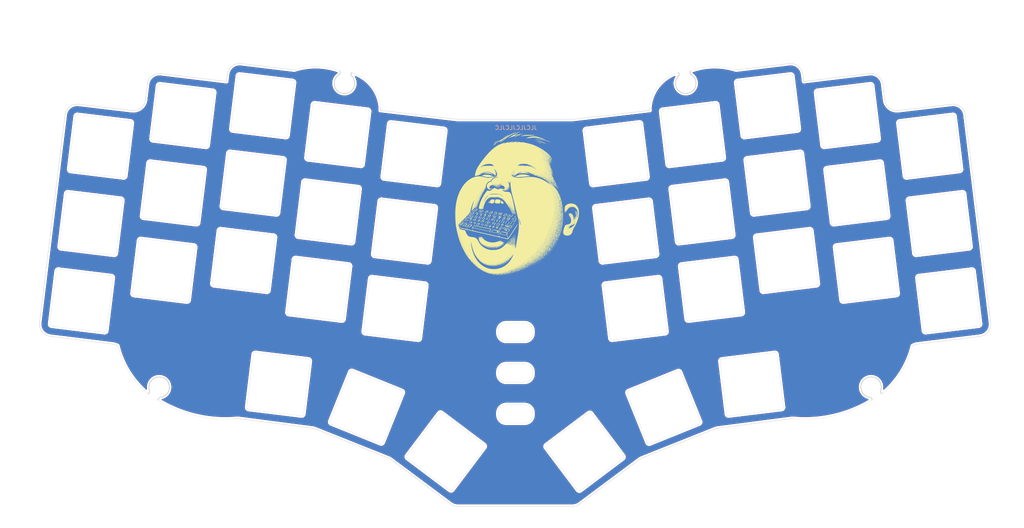
<source format=kicad_pcb>
(kicad_pcb (version 20240108) (generator "pcbnew") (generator_version "8.0")
  (layers (0 "F.Cu" signal) (31 "B.Cu" signal) (34 "B.Paste" user) (35 "F.Paste" user) (36 "B.SilkS" user "B.Silkscreen") (37 "F.SilkS" user "F.Silkscreen") (38 "B.Mask" user) (39 "F.Mask" user) (44 "Edge.Cuts" user))
  (net 0 "")
  (footprint "LOGO" (layer "F.Cu") (at 149.925 72.575)
    (property "Reference" "G***" (hide yes))
    (property "Value" "LOGO" (hide yes))
  )
  (footprint "marbastlib-xp-plate-mx:Plate-M_MX_1u" (layer "B.Cu") (at 234.099431 69.754741 -173)
    (property "Reference" "MX19" (hide yes))
    (property "Value" "MX_SW_HS")
    (fp_line (start 6.5 7) (end -6.5 7) (stroke (width 0.05)) (layer "Edge.Cuts"))
    (fp_line (start 7 -6.5) (end 7 6.5) (stroke (width 0.05)) (layer "Edge.Cuts"))
    (fp_line (start -7 6.5) (end -7 -6.5) (stroke (width 0.05)) (layer "Edge.Cuts"))
    (fp_line (start -6.5 -7) (end 6.5 -7) (stroke (width 0.05)) (layer "Edge.Cuts"))
    (fp_arc (start 7 6.5) (mid 6.853553 6.853553) (end 6.5 7) (stroke (width 0.05)) (layer "Edge.Cuts"))
    (fp_arc (start 6.5 -7) (mid 6.853553 -6.853553) (end 7 -6.5) (stroke (width 0.05)) (layer "Edge.Cuts"))
    (fp_arc (start -6.5 7) (mid -6.853553 6.853552) (end -7 6.5) (stroke (width 0.05)) (layer "Edge.Cuts"))
    (fp_arc (start -6.997236 -6.498884) (mid -6.850789 -6.852437) (end -6.497236 -6.998884) (stroke (width 0.05)) (layer "Edge.Cuts"))
  )
  (footprint "marbastlib-xp-plate-mx:Plate-M_MX_1u" (layer "B.Cu") (at 196.285803 74.397669 -173)
    (property "Reference" "MX17" (hide yes))
    (property "Value" "MX_SW_HS")
    (fp_line (start 6.5 7) (end -6.5 7) (stroke (width 0.05)) (layer "Edge.Cuts"))
    (fp_line (start 7 -6.5) (end 7 6.5) (stroke (width 0.05)) (layer "Edge.Cuts"))
    (fp_line (start -7 6.5) (end -7 -6.5) (stroke (width 0.05)) (layer "Edge.Cuts"))
    (fp_line (start -6.5 -7) (end 6.5 -7) (stroke (width 0.05)) (layer "Edge.Cuts"))
    (fp_arc (start 7 6.5) (mid 6.853553 6.853553) (end 6.5 7) (stroke (width 0.05)) (layer "Edge.Cuts"))
    (fp_arc (start 6.5 -7) (mid 6.853553 -6.853553) (end 7 -6.5) (stroke (width 0.05)) (layer "Edge.Cuts"))
    (fp_arc (start -6.5 7) (mid -6.853553 6.853552) (end -7 6.5) (stroke (width 0.05)) (layer "Edge.Cuts"))
    (fp_arc (start -6.997236 -6.498884) (mid -6.850789 -6.852437) (end -6.497236 -6.998884) (stroke (width 0.05)) (layer "Edge.Cuts"))
  )
  (footprint "marbastlib-xp-plate-mx:Plate-M_MX_1u" (layer "B.Cu") (at 47.127158 77.234668 173)
    (property "Reference" "MX11" (hide yes))
    (property "Value" "MX_SW_HS")
    (fp_line (start 7 -6.5) (end 7 6.5) (stroke (width 0.05)) (layer "Edge.Cuts"))
    (fp_line (start 6.5 7) (end -6.5 7) (stroke (width 0.05)) (layer "Edge.Cuts"))
    (fp_line (start -6.5 -7) (end 6.5 -7) (stroke (width 0.05)) (layer "Edge.Cuts"))
    (fp_line (start -7 6.5) (end -7 -6.5) (stroke (width 0.05)) (layer "Edge.Cuts"))
    (fp_arc (start 6.5 -7) (mid 6.853553 -6.853553) (end 7 -6.5) (stroke (width 0.05)) (layer "Edge.Cuts"))
    (fp_arc (start 7 6.5) (mid 6.853553 6.853553) (end 6.5 7) (stroke (width 0.05)) (layer "Edge.Cuts"))
    (fp_arc (start -6.997236 -6.498884) (mid -6.850789 -6.852437) (end -6.497236 -6.998884) (stroke (width 0.05)) (layer "Edge.Cuts"))
    (fp_arc (start -6.5 7) (mid -6.853553 6.853553) (end -7 6.5) (stroke (width 0.05)) (layer "Edge.Cuts"))
  )
  (footprint "marbastlib-xp-plate-mx:Plate-M_MX_1u" (layer "B.Cu") (at 107.372521 55.490856 173)
    (property "Reference" "MX4" (hide yes))
    (property "Value" "MX_SW_HS")
    (fp_line (start 7 -6.5) (end 7 6.5) (stroke (width 0.05)) (layer "Edge.Cuts"))
    (fp_line (start 6.5 7) (end -6.5 7) (stroke (width 0.05)) (layer "Edge.Cuts"))
    (fp_line (start -6.5 -7) (end 6.5 -7) (stroke (width 0.05)) (layer "Edge.Cuts"))
    (fp_line (start -7 6.5) (end -7 -6.5) (stroke (width 0.05)) (layer "Edge.Cuts"))
    (fp_arc (start 6.5 -7) (mid 6.853553 -6.853553) (end 7 -6.5) (stroke (width 0.05)) (layer "Edge.Cuts"))
    (fp_arc (start 7 6.5) (mid 6.853553 6.853553) (end 6.5 7) (stroke (width 0.05)) (layer "Edge.Cuts"))
    (fp_arc (start -6.997236 -6.498884) (mid -6.850789 -6.852437) (end -6.497236 -6.998884) (stroke (width 0.05)) (layer "Edge.Cuts"))
    (fp_arc (start -6.5 7) (mid -6.853553 6.853553) (end -7 6.5) (stroke (width 0.05)) (layer "Edge.Cuts"))
  )
  (footprint "marbastlib-xp-plate-mx:Plate-M_MX_1u" (layer "B.Cu") (at 198.607269 93.304483 -173)
    (property "Reference" "MX27" (hide yes))
    (property "Value" "MX_SW_HS")
    (fp_line (start 6.5 7) (end -6.5 7) (stroke (width 0.05)) (layer "Edge.Cuts"))
    (fp_line (start 7 -6.5) (end 7 6.5) (stroke (width 0.05)) (layer "Edge.Cuts"))
    (fp_line (start -7 6.5) (end -7 -6.5) (stroke (width 0.05)) (layer "Edge.Cuts"))
    (fp_line (start -6.5 -7) (end 6.5 -7) (stroke (width 0.05)) (layer "Edge.Cuts"))
    (fp_arc (start 7 6.5) (mid 6.853553 6.853553) (end 6.5 7) (stroke (width 0.05)) (layer "Edge.Cuts"))
    (fp_arc (start 6.5 -7) (mid 6.853553 -6.853553) (end 7 -6.5) (stroke (width 0.05)) (layer "Edge.Cuts"))
    (fp_arc (start -6.5 7) (mid -6.853553 6.853552) (end -7 6.5) (stroke (width 0.05)) (layer "Edge.Cuts"))
    (fp_arc (start -6.997236 -6.498884) (mid -6.850789 -6.852437) (end -6.497236 -6.998884) (stroke (width 0.05)) (layer "Edge.Cuts"))
  )
  (footprint "marbastlib-xp-plate-mx:Plate-M_MX_1u" (layer "B.Cu") (at 86.723123 67.361613 173)
    (property "Reference" "MX13" (hide yes))
    (property "Value" "MX_SW_HS")
    (fp_line (start 7 -6.5) (end 7 6.5) (stroke (width 0.05)) (layer "Edge.Cuts"))
    (fp_line (start 6.5 7) (end -6.5 7) (stroke (width 0.05)) (layer "Edge.Cuts"))
    (fp_line (start -6.5 -7) (end 6.5 -7) (stroke (width 0.05)) (layer "Edge.Cuts"))
    (fp_line (start -7 6.5) (end -7 -6.5) (stroke (width 0.05)) (layer "Edge.Cuts"))
    (fp_arc (start 6.5 -7) (mid 6.853553 -6.853553) (end 7 -6.5) (stroke (width 0.05)) (layer "Edge.Cuts"))
    (fp_arc (start 7 6.5) (mid 6.853553 6.853553) (end 6.5 7) (stroke (width 0.05)) (layer "Edge.Cuts"))
    (fp_arc (start -6.997236 -6.498884) (mid -6.850789 -6.852437) (end -6.497236 -6.998884) (stroke (width 0.05)) (layer "Edge.Cuts"))
    (fp_arc (start -6.5 7) (mid -6.853553 6.853553) (end -7 6.5) (stroke (width 0.05)) (layer "Edge.Cuts"))
  )
  (footprint "marbastlib-xp-plate-mx:Plate-M_MX_1u" (layer "B.Cu") (at 102.72959 93.304483 173)
    (property "Reference" "MX24" (hide yes))
    (property "Value" "MX_SW_HS")
    (fp_line (start 7 -6.5) (end 7 6.5) (stroke (width 0.05)) (layer "Edge.Cuts"))
    (fp_line (start 6.5 7) (end -6.5 7) (stroke (width 0.05)) (layer "Edge.Cuts"))
    (fp_line (start -6.5 -7) (end 6.5 -7) (stroke (width 0.05)) (layer "Edge.Cuts"))
    (fp_line (start -7 6.5) (end -7 -6.5) (stroke (width 0.05)) (layer "Edge.Cuts"))
    (fp_arc (start 6.5 -7) (mid 6.853553 -6.853553) (end 7 -6.5) (stroke (width 0.05)) (layer "Edge.Cuts"))
    (fp_arc (start 7 6.5) (mid 6.853553 6.853553) (end 6.5 7) (stroke (width 0.05)) (layer "Edge.Cuts"))
    (fp_arc (start -6.997236 -6.498884) (mid -6.850789 -6.852437) (end -6.497236 -6.998884) (stroke (width 0.05)) (layer "Edge.Cuts"))
    (fp_arc (start -6.5 7) (mid -6.853553 6.853553) (end -7 6.5) (stroke (width 0.05)) (layer "Edge.Cuts"))
  )
  (footprint "marbastlib-xp-plate-mx:Plate-M_MX_1u" (layer "B.Cu") (at 167.618046 132.99329 -143)
    (property "Reference" "MX34" (hide yes))
    (property "Value" "MX_SW_HS")
    (fp_line (start 6.5 7) (end -6.5 7) (stroke (width 0.05)) (layer "Edge.Cuts"))
    (fp_line (start 7 -6.5) (end 7 6.5) (stroke (width 0.05)) (layer "Edge.Cuts"))
    (fp_line (start -7 6.5) (end -7 -6.5) (stroke (width 0.05)) (layer "Edge.Cuts"))
    (fp_line (start -6.5 -7) (end 6.5 -7) (stroke (width 0.05)) (layer "Edge.Cuts"))
    (fp_arc (start 7 6.5) (mid 6.853553 6.853553) (end 6.5 7) (stroke (width 0.05)) (layer "Edge.Cuts"))
    (fp_arc (start 6.5 -7) (mid 6.853553 -6.853553) (end 7 -6.5) (stroke (width 0.05)) (layer "Edge.Cuts"))
    (fp_arc (start -6.5 7) (mid -6.853553 6.853553) (end -7 6.5) (stroke (width 0.05)) (layer "Edge.Cuts"))
    (fp_arc (start -6.997236 -6.498884) (mid -6.850789 -6.852437) (end -6.497236 -6.998884) (stroke (width 0.05)) (layer "Edge.Cuts"))
  )
  (footprint "marbastlib-xp-plate-mx:Plate-M_MX_1u" (layer "B.Cu") (at 114.38793 122.106041 158)
    (property "Reference" "MX32" (hide yes))
    (property "Value" "MX_SW_HS")
    (fp_line (start 7 -6.5) (end 7 6.5) (stroke (width 0.05)) (layer "Edge.Cuts"))
    (fp_line (start 6.5 7) (end -6.5 7) (stroke (width 0.05)) (layer "Edge.Cuts"))
    (fp_line (start -6.5 -7) (end 6.5 -7) (stroke (width 0.05)) (layer "Edge.Cuts"))
    (fp_line (start -7 6.5) (end -7 -6.5) (stroke (width 0.05)) (layer "Edge.Cuts"))
    (fp_arc (start 6.5 -7) (mid 6.853553 -6.853553) (end 7 -6.5) (stroke (width 0.05)) (layer "Edge.Cuts"))
    (fp_arc (start 7 6.5) (mid 6.853553 6.853553) (end 6.5 7) (stroke (width 0.05)) (layer "Edge.Cuts"))
    (fp_arc (start -6.997236 -6.498884) (mid -6.850789 -6.852436) (end -6.497236 -6.998884) (stroke (width 0.05)) (layer "Edge.Cuts"))
    (fp_arc (start -6.5 7) (mid -6.853553 6.853553) (end -7 6.5) (stroke (width 0.05)) (layer "Edge.Cuts"))
  )
  (footprint "marbastlib-xp-plate-mx:Plate-M_MX_1u" (layer "B.Cu") (at 186.969045 122.156184 -158)
    (property "Reference" "MX35" (hide yes))
    (property "Value" "MX_SW_HS")
    (fp_line (start 6.5 7) (end -6.5 7) (stroke (width 0.05)) (layer "Edge.Cuts"))
    (fp_line (start 7 -6.5) (end 7 6.5) (stroke (width 0.05)) (layer "Edge.Cuts"))
    (fp_line (start -7 6.5) (end -7 -6.5) (stroke (width 0.05)) (layer "Edge.Cuts"))
    (fp_line (start -6.5 -7) (end 6.5 -7) (stroke (width 0.05)) (layer "Edge.Cuts"))
    (fp_arc (start 7 6.5) (mid 6.853553 6.853553) (end 6.5 7) (stroke (width 0.05)) (layer "Edge.Cuts"))
    (fp_arc (start 6.5 -7) (mid 6.853553 -6.853553) (end 7 -6.5) (stroke (width 0.05)) (layer "Edge.Cuts"))
    (fp_arc (start -6.5 7) (mid -6.853553 6.853553) (end -7 6.5) (stroke (width 0.05)) (layer "Edge.Cuts"))
    (fp_arc (start -6.997236 -6.498884) (mid -6.850789 -6.852437) (end -6.497236 -6.998884) (stroke (width 0.05)) (layer "Edge.Cuts"))
  )
  (footprint "marbastlib-xp-plate-mx:Plate-M_MX_1u" (layer "B.Cu") (at 236.420896 88.661556 -173)
    (property "Reference" "MX29" (hide yes))
    (property "Value" "MX_SW_HS")
    (fp_line (start 6.5 7) (end -6.5 7) (stroke (width 0.05)) (layer "Edge.Cuts"))
    (fp_line (start 7 -6.5) (end 7 6.5) (stroke (width 0.05)) (layer "Edge.Cuts"))
    (fp_line (start -7 6.5) (end -7 -6.5) (stroke (width 0.05)) (layer "Edge.Cuts"))
    (fp_line (start -6.5 -7) (end 6.5 -7) (stroke (width 0.05)) (layer "Edge.Cuts"))
    (fp_arc (start 7 6.5) (mid 6.853553 6.853553) (end 6.5 7) (stroke (width 0.05)) (layer "Edge.Cuts"))
    (fp_arc (start 6.5 -7) (mid 6.853553 -6.853553) (end 7 -6.5) (stroke (width 0.05)) (layer "Edge.Cuts"))
    (fp_arc (start -6.5 7) (mid -6.853553 6.853552) (end -7 6.5) (stroke (width 0.05)) (layer "Edge.Cuts"))
    (fp_arc (start -6.997236 -6.498884) (mid -6.850789 -6.852437) (end -6.497236 -6.998884) (stroke (width 0.05)) (layer "Edge.Cuts"))
  )
  (footprint "marbastlib-xp-plate-mx:Plate-M_MX_1u" (layer "B.Cu") (at 254.209703 77.234668 -173)
    (property "Reference" "MX20" (hide yes))
    (property "Value" "MX_SW_HS")
    (fp_line (start 6.5 7) (end -6.5 7) (stroke (width 0.05)) (layer "Edge.Cuts"))
    (fp_line (start 7 -6.5) (end 7 6.5) (stroke (width 0.05)) (layer "Edge.Cuts"))
    (fp_line (start -7 6.5) (end -7 -6.5) (stroke (width 0.05)) (layer "Edge.Cuts"))
    (fp_line (start -6.5 -7) (end 6.5 -7) (stroke (width 0.05)) (layer "Edge.Cuts"))
    (fp_arc (start 7 6.5) (mid 6.853553 6.853553) (end 6.5 7) (stroke (width 0.05)) (layer "Edge.Cuts"))
    (fp_arc (start 6.5 -7) (mid 6.853553 -6.853553) (end 7 -6.5) (stroke (width 0.05)) (layer "Edge.Cuts"))
    (fp_arc (start -6.5 7) (mid -6.853553 6.853552) (end -7 6.5) (stroke (width 0.05)) (layer "Edge.Cuts"))
    (fp_arc (start -6.997236 -6.498884) (mid -6.850789 -6.852437) (end -6.497236 -6.998884) (stroke (width 0.05)) (layer "Edge.Cuts"))
  )
  (footprint "marbastlib-xp-plate-mx:Plate-M_MX_1u" (layer "B.Cu") (at 125.989895 60.169619 173)
    (property "Reference" "MX5" (hide yes))
    (property "Value" "MX_SW_HS")
    (fp_line (start 7 -6.5) (end 7 6.5) (stroke (width 0.05)) (layer "Edge.Cuts"))
    (fp_line (start 6.5 7) (end -6.5 7) (stroke (width 0.05)) (layer "Edge.Cuts"))
    (fp_line (start -6.5 -7) (end 6.5 -7) (stroke (width 0.05)) (layer "Edge.Cuts"))
    (fp_line (start -7 6.5) (end -7 -6.5) (stroke (width 0.05)) (layer "Edge.Cuts"))
    (fp_arc (start 6.5 -7) (mid 6.853553 -6.853553) (end 7 -6.5) (stroke (width 0.05)) (layer "Edge.Cuts"))
    (fp_arc (start 7 6.5) (mid 6.853553 6.853553) (end 6.5 7) (stroke (width 0.05)) (layer "Edge.Cuts"))
    (fp_arc (start -6.997236 -6.498884) (mid -6.850789 -6.852437) (end -6.497236 -6.998884) (stroke (width 0.05)) (layer "Edge.Cuts"))
    (fp_arc (start -6.5 7) (mid -6.853553 6.853553) (end -7 6.5) (stroke (width 0.05)) (layer "Edge.Cuts"))
  )
  (footprint "marbastlib-xp-plate-mx:Plate-M_MX_1u" (layer "B.Cu") (at 105.051055 74.397669 173)
    (property "Reference" "MX14" (hide yes))
    (property "Value" "MX_SW_HS")
    (fp_line (start 7 -6.5) (end 7 6.5) (stroke (width 0.05)) (layer "Edge.Cuts"))
    (fp_line (start 6.5 7) (end -6.5 7) (stroke (width 0.05)) (layer "Edge.Cuts"))
    (fp_line (start -6.5 -7) (end 6.5 -7) (stroke (width 0.05)) (layer "Edge.Cuts"))
    (fp_line (start -7 6.5) (end -7 -6.5) (stroke (width 0.05)) (layer "Edge.Cuts"))
    (fp_arc (start 6.5 -7) (mid 6.853553 -6.853553) (end 7 -6.5) (stroke (width 0.05)) (layer "Edge.Cuts"))
    (fp_arc (start 7 6.5) (mid 6.853553 6.853553) (end 6.5 7) (stroke (width 0.05)) (layer "Edge.Cuts"))
    (fp_arc (start -6.997236 -6.498884) (mid -6.850789 -6.852437) (end -6.497236 -6.998884) (stroke (width 0.05)) (layer "Edge.Cuts"))
    (fp_arc (start -6.5 7) (mid -6.853553 6.853553) (end -7 6.5) (stroke (width 0.05)) (layer "Edge.Cuts"))
  )
  (footprint "marbastlib-xp-plate-mx:Plate-M_MX_1u" (layer "B.Cu") (at 216.935198 86.268429 -173)
    (property "Reference" "MX28" (hide yes))
    (property "Value" "MX_SW_HS")
    (fp_line (start 6.5 7) (end -6.5 7) (stroke (width 0.05)) (layer "Edge.Cuts"))
    (fp_line (start 7 -6.5) (end 7 6.5) (stroke (width 0.05)) (layer "Edge.Cuts"))
    (fp_line (start -7 6.5) (end -7 -6.5) (stroke (width 0.05)) (layer "Edge.Cuts"))
    (fp_line (start -6.5 -7) (end 6.5 -7) (stroke (width 0.05)) (layer "Edge.Cuts"))
    (fp_arc (start 7 6.5) (mid 6.853553 6.853553) (end 6.5 7) (stroke (width 0.05)) (layer "Edge.Cuts"))
    (fp_arc (start 6.5 -7) (mid 6.853553 -6.853553) (end 7 -6.5) (stroke (width 0.05)) (layer "Edge.Cuts"))
    (fp_arc (start -6.5 7) (mid -6.853553 6.853552) (end -7 6.5) (stroke (width 0.05)) (layer "Edge.Cuts"))
    (fp_arc (start -6.997236 -6.498884) (mid -6.850789 -6.852437) (end -6.497236 -6.998884) (stroke (width 0.05)) (layer "Edge.Cuts"))
  )
  (footprint "marbastlib-xp-plate-mx:Plate-M_MX_1u" (layer "B.Cu") (at 84.401659 86.268425 173)
    (property "Reference" "MX23" (hide yes))
    (property "Value" "MX_SW_HS")
    (fp_line (start 7 -6.5) (end 7 6.5) (stroke (width 0.05)) (layer "Edge.Cuts"))
    (fp_line (start 6.5 7) (end -6.5 7) (stroke (width 0.05)) (layer "Edge.Cuts"))
    (fp_line (start -6.5 -7) (end 6.5 -7) (stroke (width 0.05)) (layer "Edge.Cuts"))
    (fp_line (start -7 6.5) (end -7 -6.5) (stroke (width 0.05)) (layer "Edge.Cuts"))
    (fp_arc (start 6.5 -7) (mid 6.853553 -6.853553) (end 7 -6.5) (stroke (width 0.05)) (layer "Edge.Cuts"))
    (fp_arc (start 7 6.5) (mid 6.853553 6.853553) (end 6.5 7) (stroke (width 0.05)) (layer "Edge.Cuts"))
    (fp_arc (start -6.997236 -6.498884) (mid -6.850789 -6.852437) (end -6.497236 -6.998884) (stroke (width 0.05)) (layer "Edge.Cuts"))
    (fp_arc (start -6.5 7) (mid -6.853553 6.853553) (end -7 6.5) (stroke (width 0.05)) (layer "Edge.Cuts"))
  )
  (footprint "marbastlib-xp-plate-mx:Plate-M_MX_1u" (layer "B.Cu") (at 193.964339 55.490856 -173)
    (property "Reference" "MX7" (hide yes))
    (property "Value" "MX_SW_HS")
    (fp_line (start 6.5 7) (end -6.5 7) (stroke (width 0.05)) (layer "Edge.Cuts"))
    (fp_line (start 7 -6.5) (end 7 6.5) (stroke (width 0.05)) (layer "Edge.Cuts"))
    (fp_line (start -7 6.5) (end -7 -6.5) (stroke (width 0.05)) (layer "Edge.Cuts"))
    (fp_line (start -6.5 -7) (end 6.5 -7) (stroke (width 0.05)) (layer "Edge.Cuts"))
    (fp_arc (start 7 6.5) (mid 6.853553 6.853553) (end 6.5 7) (stroke (width 0.05)) (layer "Edge.Cuts"))
    (fp_arc (start 6.5 -7) (mid 6.853553 -6.853553) (end 7 -6.5) (stroke (width 0.05)) (layer "Edge.Cuts"))
    (fp_arc (start -6.5 7) (mid -6.853553 6.853552) (end -7 6.5) (stroke (width 0.05)) (layer "Edge.Cuts"))
    (fp_arc (start -6.997236 -6.498884) (mid -6.850789 -6.852437) (end -6.497236 -6.998884) (stroke (width 0.05)) (layer "Edge.Cuts"))
  )
  (footprint "marbastlib-xp-plate-mx:Plate-M_MX_1u" (layer "B.Cu") (at 123.668432 79.076432 173)
    (property "Reference" "MX15" (hide yes))
    (property "Value" "MX_SW_HS")
    (fp_line (start 7 -6.5) (end 7 6.5) (stroke (width 0.05)) (layer "Edge.Cuts"))
    (fp_line (start 6.5 7) (end -6.5 7) (stroke (width 0.05)) (layer "Edge.Cuts"))
    (fp_line (start -6.5 -7) (end 6.5 -7) (stroke (width 0.05)) (layer "Edge.Cuts"))
    (fp_line (start -7 6.5) (end -7 -6.5) (stroke (width 0.05)) (layer "Edge.Cuts"))
    (fp_arc (start 6.5 -7) (mid 6.853553 -6.853553) (end 7 -6.5) (stroke (width 0.05)) (layer "Edge.Cuts"))
    (fp_arc (start 7 6.5) (mid 6.853553 6.853553) (end 6.5 7) (stroke (width 0.05)) (layer "Edge.Cuts"))
    (fp_arc (start -6.997236 -6.498884) (mid -6.850789 -6.852437) (end -6.497236 -6.998884) (stroke (width 0.05)) (layer "Edge.Cuts"))
    (fp_arc (start -6.5 7) (mid -6.853553 6.853553) (end -7 6.5) (stroke (width 0.05)) (layer "Edge.Cuts"))
  )
  (footprint "marbastlib-xp-plate-mx:Plate-M_MX_1u" (layer "B.Cu") (at 179.989894 97.983246 -173)
    (property "Reference" "MX26" (hide yes))
    (property "Value" "MX_SW_HS")
    (fp_line (start 6.5 7) (end -6.5 7) (stroke (width 0.05)) (layer "Edge.Cuts"))
    (fp_line (start 7 -6.5) (end 7 6.5) (stroke (width 0.05)) (layer "Edge.Cuts"))
    (fp_line (start -7 6.5) (end -7 -6.5) (stroke (width 0.05)) (layer "Edge.Cuts"))
    (fp_line (start -6.5 -7) (end 6.5 -7) (stroke (width 0.05)) (layer "Edge.Cuts"))
    (fp_arc (start 7 6.5) (mid 6.853553 6.853553) (end 6.5 7) (stroke (width 0.05)) (layer "Edge.Cuts"))
    (fp_arc (start 6.5 -7) (mid 6.853553 -6.853553) (end 7 -6.5) (stroke (width 0.05)) (layer "Edge.Cuts"))
    (fp_arc (start -6.5 7) (mid -6.853553 6.853552) (end -7 6.5) (stroke (width 0.05)) (layer "Edge.Cuts"))
    (fp_arc (start -6.997236 -6.498884) (mid -6.850789 -6.852437) (end -6.497236 -6.998884) (stroke (width 0.05)) (layer "Edge.Cuts"))
  )
  (footprint "marbastlib-xp-plate-mx:Plate-M_MX_1u" (layer "B.Cu") (at 69.558897 50.847928 173)
    (property "Reference" "MX2" (hide yes))
    (property "Value" "MX_SW_HS")
    (fp_line (start 7 -6.5) (end 7 6.5) (stroke (width 0.05)) (layer "Edge.Cuts"))
    (fp_line (start 6.5 7) (end -6.5 7) (stroke (width 0.05)) (layer "Edge.Cuts"))
    (fp_line (start -6.5 -7) (end 6.5 -7) (stroke (width 0.05)) (layer "Edge.Cuts"))
    (fp_line (start -7 6.5) (end -7 -6.5) (stroke (width 0.05)) (layer "Edge.Cuts"))
    (fp_arc (start 6.5 -7) (mid 6.853553 -6.853553) (end 7 -6.5) (stroke (width 0.05)) (layer "Edge.Cuts"))
    (fp_arc (start 7 6.5) (mid 6.853553 6.853553) (end 6.5 7) (stroke (width 0.05)) (layer "Edge.Cuts"))
    (fp_arc (start -6.997236 -6.498884) (mid -6.850789 -6.852437) (end -6.497236 -6.998884) (stroke (width 0.05)) (layer "Edge.Cuts"))
    (fp_arc (start -6.5 7) (mid -6.853553 6.853553) (end -7 6.5) (stroke (width 0.05)) (layer "Edge.Cuts"))
  )
  (footprint "marbastlib-xp-plate-mx:Plate-M_MX_1u" (layer "B.Cu") (at 175.346963 60.16962 -173)
    (property "Reference" "MX6" (hide yes))
    (property "Value" "MX_SW_HS")
    (fp_line (start 6.5 7) (end -6.5 7) (stroke (width 0.05)) (layer "Edge.Cuts"))
    (fp_line (start 7 -6.5) (end 7 6.5) (stroke (width 0.05)) (layer "Edge.Cuts"))
    (fp_line (start -7 6.5) (end -7 -6.5) (stroke (width 0.05)) (layer "Edge.Cuts"))
    (fp_line (start -6.5 -7) (end 6.5 -7) (stroke (width 0.05)) (layer "Edge.Cuts"))
    (fp_arc (start 7 6.5) (mid 6.853553 6.853553) (end 6.5 7) (stroke (width 0.05)) (layer "Edge.Cuts"))
    (fp_arc (start 6.5 -7) (mid 6.853553 -6.853553) (end 7 -6.5) (stroke (width 0.05)) (layer "Edge.Cuts"))
    (fp_arc (start -6.5 7) (mid -6.853553 6.853552) (end -7 6.5) (stroke (width 0.05)) (layer "Edge.Cuts"))
    (fp_arc (start -6.997236 -6.498884) (mid -6.850789 -6.852437) (end -6.497236 -6.998884) (stroke (width 0.05)) (layer "Edge.Cuts"))
  )
  (footprint "marbastlib-xp-plate-mx:Plate-M_MX_1u" (layer "B.Cu") (at 49.448623 58.327855 173)
    (property "Reference" "MX1" (hide yes))
    (property "Value" "MX_SW_HS")
    (fp_line (start 7 -6.5) (end 7 6.5) (stroke (width 0.05)) (layer "Edge.Cuts"))
    (fp_line (start 6.5 7) (end -6.5 7) (stroke (width 0.05)) (layer "Edge.Cuts"))
    (fp_line (start -6.5 -7) (end 6.5 -7) (stroke (width 0.05)) (layer "Edge.Cuts"))
    (fp_line (start -7 6.5) (end -7 -6.5) (stroke (width 0.05)) (layer "Edge.Cuts"))
    (fp_arc (start 6.5 -7) (mid 6.853553 -6.853553) (end 7 -6.5) (stroke (width 0.05)) (layer "Edge.Cuts"))
    (fp_arc (start 7 6.5) (mid 6.853553 6.853553) (end 6.5 7) (stroke (width 0.05)) (layer "Edge.Cuts"))
    (fp_arc (start -6.997236 -6.498884) (mid -6.850789 -6.852437) (end -6.497236 -6.998884) (stroke (width 0.05)) (layer "Edge.Cuts"))
    (fp_arc (start -6.5 7) (mid -6.853553 6.853553) (end -7 6.5) (stroke (width 0.05)) (layer "Edge.Cuts"))
  )
  (footprint "marbastlib-xp-plate-mx:Plate-M_MX_1u" (layer "B.Cu") (at 214.613736 67.361612 -173)
    (property "Reference" "MX18" (hide yes))
    (property "Value" "MX_SW_HS")
    (fp_line (start 6.5 7) (end -6.5 7) (stroke (width 0.05)) (layer "Edge.Cuts"))
    (fp_line (start 7 -6.5) (end 7 6.5) (stroke (width 0.05)) (layer "Edge.Cuts"))
    (fp_line (start -7 6.5) (end -7 -6.5) (stroke (width 0.05)) (layer "Edge.Cuts"))
    (fp_line (start -6.5 -7) (end 6.5 -7) (stroke (width 0.05)) (layer "Edge.Cuts"))
    (fp_arc (start 7 6.5) (mid 6.853553 6.853553) (end 6.5 7) (stroke (width 0.05)) (layer "Edge.Cuts"))
    (fp_arc (start 6.5 -7) (mid 6.853553 -6.853553) (end 7 -6.5) (stroke (width 0.05)) (layer "Edge.Cuts"))
    (fp_arc (start -6.5 7) (mid -6.853553 6.853552) (end -7 6.5) (stroke (width 0.05)) (layer "Edge.Cuts"))
    (fp_arc (start -6.997236 -6.498884) (mid -6.850789 -6.852437) (end -6.497236 -6.998884) (stroke (width 0.05)) (layer "Edge.Cuts"))
  )
  (footprint "marbastlib-xp-plate-mx:Plate-M_MX_1u" (layer "B.Cu") (at 44.805691 96.141481 173)
    (property "Reference" "MX21" (hide yes))
    (property "Value" "MX_SW_HS")
    (fp_line (start 7 -6.5) (end 7 6.5) (stroke (width 0.05)) (layer "Edge.Cuts"))
    (fp_line (start 6.5 7) (end -6.5 7) (stroke (width 0.05)) (layer "Edge.Cuts"))
    (fp_line (start -6.5 -7) (end 6.5 -7) (stroke (width 0.05)) (layer "Edge.Cuts"))
    (fp_line (start -7 6.5) (end -7 -6.5) (stroke (width 0.05)) (layer "Edge.Cuts"))
    (fp_arc (start 6.5 -7) (mid 6.853553 -6.853553) (end 7 -6.5) (stroke (width 0.05)) (layer "Edge.Cuts"))
    (fp_arc (start 7 6.5) (mid 6.853553 6.853553) (end 6.5 7) (stroke (width 0.05)) (layer "Edge.Cuts"))
    (fp_arc (start -6.997236 -6.498884) (mid -6.850789 -6.852437) (end -6.497236 -6.998884) (stroke (width 0.05)) (layer "Edge.Cuts"))
    (fp_arc (start -6.5 7) (mid -6.853553 6.853553) (end -7 6.5) (stroke (width 0.05)) (layer "Edge.Cuts"))
  )
  (footprint "marbastlib-xp-plate-mx:Plate-M_MX_1u" (layer "B.Cu") (at 212.292273 48.454798 -173)
    (property "Reference" "MX8" (hide yes))
    (property "Value" "MX_SW_HS")
    (fp_line (start 6.5 7) (end -6.5 7) (stroke (width 0.05)) (layer "Edge.Cuts"))
    (fp_line (start 7 -6.5) (end 7 6.5) (stroke (width 0.05)) (layer "Edge.Cuts"))
    (fp_line (start -7 6.5) (end -7 -6.5) (stroke (width 0.05)) (layer "Edge.Cuts"))
    (fp_line (start -6.5 -7) (end 6.5 -7) (stroke (width 0.05)) (layer "Edge.Cuts"))
    (fp_arc (start 7 6.5) (mid 6.853553 6.853553) (end 6.5 7) (stroke (width 0.05)) (layer "Edge.Cuts"))
    (fp_arc (start 6.5 -7) (mid 6.853553 -6.853553) (end 7 -6.5) (stroke (width 0.05)) (layer "Edge.Cuts"))
    (fp_arc (start -6.5 7) (mid -6.853553 6.853552) (end -7 6.5) (stroke (width 0.05)) (layer "Edge.Cuts"))
    (fp_arc (start -6.997236 -6.498884) (mid -6.850789 -6.852437) (end -6.497236 -6.998884) (stroke (width 0.05)) (layer "Edge.Cuts"))
  )
  (footprint "marbastlib-xp-plate-mx:Plate-M_MX_1u" (layer "B.Cu") (at 177.668428 79.076433 -173)
    (property "Reference" "MX16" (hide yes))
    (property "Value" "MX_SW_HS")
    (fp_line (start 6.5 7) (end -6.5 7) (stroke (width 0.05)) (layer "Edge.Cuts"))
    (fp_line (start 7 -6.5) (end 7 6.5) (stroke (width 0.05)) (layer "Edge.Cuts"))
    (fp_line (start -7 6.5) (end -7 -6.5) (stroke (width 0.05)) (layer "Edge.Cuts"))
    (fp_line (start -6.5 -7) (end 6.5 -7) (stroke (width 0.05)) (layer "Edge.Cuts"))
    (fp_arc (start 7 6.5) (mid 6.853553 6.853553) (end 6.5 7) (stroke (width 0.05)) (layer "Edge.Cuts"))
    (fp_arc (start 6.5 -7) (mid 6.853553 -6.853553) (end 7 -6.5) (stroke (width 0.05)) (layer "Edge.Cuts"))
    (fp_arc (start -6.5 7) (mid -6.853553 6.853552) (end -7 6.5) (stroke (width 0.05)) (layer "Edge.Cuts"))
    (fp_arc (start -6.997236 -6.498884) (mid -6.850789 -6.852437) (end -6.497236 -6.998884) (stroke (width 0.05)) (layer "Edge.Cuts"))
  )
  (footprint "marbastlib-xp-plate-mx:Plate-M_MX_1u" (layer "B.Cu") (at 92.904236 116.498652 173)
    (property "Reference" "MX31" (hide yes))
    (property "Value" "MX_SW_HS")
    (fp_line (start 7 -6.5) (end 7 6.5) (stroke (width 0.05)) (layer "Edge.Cuts"))
    (fp_line (start 6.5 7) (end -6.5 7) (stroke (width 0.05)) (layer "Edge.Cuts"))
    (fp_line (start -6.5 -7) (end 6.5 -7) (stroke (width 0.05)) (layer "Edge.Cuts"))
    (fp_line (start -7 6.5) (end -7 -6.5) (stroke (width 0.05)) (layer "Edge.Cuts"))
    (fp_arc (start 6.5 -7) (mid 6.853553 -6.853553) (end 7 -6.5) (stroke (width 0.05)) (layer "Edge.Cuts"))
    (fp_arc (start 7 6.5) (mid 6.853553 6.853553) (end 6.5 7) (stroke (width 0.05)) (layer "Edge.Cuts"))
    (fp_arc (start -6.997236 -6.498884) (mid -6.850789 -6.852437) (end -6.497236 -6.998884) (stroke (width 0.05)) (layer "Edge.Cuts"))
    (fp_arc (start -6.5 7) (mid -6.853553 6.853553) (end -7 6.5) (stroke (width 0.05)) (layer "Edge.Cuts"))
  )
  (footprint "marbastlib-xp-plate-mx:Plate-M_MX_1u" (layer "B.Cu") (at 256.531167 96.141482 -173)
    (property "Reference" "MX30" (hide yes))
    (property "Value" "MX_SW_HS")
    (fp_line (start 6.5 7) (end -6.5 7) (stroke (width 0.05)) (layer "Edge.Cuts"))
    (fp_line (start 7 -6.5) (end 7 6.5) (stroke (width 0.05)) (layer "Edge.Cuts"))
    (fp_line (start -7 6.5) (end -7 -6.5) (stroke (width 0.05)) (layer "Edge.Cuts"))
    (fp_line (start -6.5 -7) (end 6.5 -7) (stroke (width 0.05)) (layer "Edge.Cuts"))
    (fp_arc (start 7 6.5) (mid 6.853553 6.853553) (end 6.5 7) (stroke (width 0.05)) (layer "Edge.Cuts"))
    (fp_arc (start 6.5 -7) (mid 6.853553 -6.853553) (end 7 -6.5) (stroke (width 0.05)) (layer "Edge.Cuts"))
    (fp_arc (start -6.5 7) (mid -6.853553 6.853552) (end -7 6.5) (stroke (width 0.05)) (layer "Edge.Cuts"))
    (fp_arc (start -6.997236 -6.498884) (mid -6.850789 -6.852437) (end -6.497236 -6.998884) (stroke (width 0.05)) (layer "Edge.Cuts"))
  )
  (footprint "marbastlib-xp-plate-mx:Plate-M_MX_1u" (layer "B.Cu") (at 251.888239 58.327855 -173)
    (property "Reference" "MX10" (hide yes))
    (property "Value" "MX_SW_HS")
    (fp_line (start 6.5 7) (end -6.5 7) (stroke (width 0.05)) (layer "Edge.Cuts"))
    (fp_line (start 7 -6.5) (end 7 6.5) (stroke (width 0.05)) (layer "Edge.Cuts"))
    (fp_line (start -7 6.5) (end -7 -6.5) (stroke (width 0.05)) (layer "Edge.Cuts"))
    (fp_line (start -6.5 -7) (end 6.5 -7) (stroke (width 0.05)) (layer "Edge.Cuts"))
    (fp_arc (start 7 6.5) (mid 6.853553 6.853553) (end 6.5 7) (stroke (width 0.05)) (layer "Edge.Cuts"))
    (fp_arc (start 6.5 -7) (mid 6.853553 -6.853553) (end 7 -6.5) (stroke (width 0.05)) (layer "Edge.Cuts"))
    (fp_arc (start -6.5 7) (mid -6.853553 6.853552) (end -7 6.5) (stroke (width 0.05)) (layer "Edge.Cuts"))
    (fp_arc (start -6.997236 -6.498884) (mid -6.850789 -6.852437) (end -6.497236 -6.998884) (stroke (width 0.05)) (layer "Edge.Cuts"))
  )
  (footprint "marbastlib-xp-plate-mx:Plate-M_MX_1u" (layer "B.Cu") (at 231.777965 50.847928 -173)
    (property "Reference" "MX9" (hide yes))
    (property "Value" "MX_SW_HS")
    (fp_line (start 6.5 7) (end -6.5 7) (stroke (width 0.05)) (layer "Edge.Cuts"))
    (fp_line (start 7 -6.5) (end 7 6.5) (stroke (width 0.05)) (layer "Edge.Cuts"))
    (fp_line (start -7 6.5) (end -7 -6.5) (stroke (width 0.05)) (layer "Edge.Cuts"))
    (fp_line (start -6.5 -7) (end 6.5 -7) (stroke (width 0.05)) (layer "Edge.Cuts"))
    (fp_arc (start 7 6.5) (mid 6.853553 6.853553) (end 6.5 7) (stroke (width 0.05)) (layer "Edge.Cuts"))
    (fp_arc (start 6.5 -7) (mid 6.853553 -6.853553) (end 7 -6.5) (stroke (width 0.05)) (layer "Edge.Cuts"))
    (fp_arc (start -6.5 7) (mid -6.853553 6.853552) (end -7 6.5) (stroke (width 0.05)) (layer "Edge.Cuts"))
    (fp_arc (start -6.997236 -6.498884) (mid -6.850789 -6.852437) (end -6.497236 -6.998884) (stroke (width 0.05)) (layer "Edge.Cuts"))
  )
  (footprint "marbastlib-xp-plate-mx:Plate-M_MX_1u" (layer "B.Cu") (at 133.738655 132.943448 143)
    (property "Reference" "MX33" (hide yes))
    (property "Value" "MX_SW_HS")
    (fp_line (start 7 -6.5) (end 7 6.5) (stroke (width 0.05)) (layer "Edge.Cuts"))
    (fp_line (start 6.5 7) (end -6.5 7) (stroke (width 0.05)) (layer "Edge.Cuts"))
    (fp_line (start -6.5 -7) (end 6.5 -7) (stroke (width 0.05)) (layer "Edge.Cuts"))
    (fp_line (start -7 6.5) (end -7 -6.5) (stroke (width 0.05)) (layer "Edge.Cuts"))
    (fp_arc (start 6.5 -7) (mid 6.853553 -6.853553) (end 7 -6.5) (stroke (width 0.05)) (layer "Edge.Cuts"))
    (fp_arc (start 7 6.5) (mid 6.853553 6.853553) (end 6.5 7) (stroke (width 0.05)) (layer "Edge.Cuts"))
    (fp_arc (start -6.997236 -6.498884) (mid -6.850789 -6.852437) (end -6.497236 -6.998884) (stroke (width 0.05)) (layer "Edge.Cuts"))
    (fp_arc (start -6.5 7) (mid -6.853553 6.853553) (end -7 6.5) (stroke (width 0.05)) (layer "Edge.Cuts"))
  )
  (footprint "marbastlib-xp-plate-mx:Plate-M_MX_1u" (layer "B.Cu") (at 208.432626 116.498652 -173)
    (property "Reference" "MX36" (hide yes))
    (property "Value" "MX_SW_HS")
    (fp_line (start 6.5 7) (end -6.5 7) (stroke (width 0.05)) (layer "Edge.Cuts"))
    (fp_line (start 7 -6.5) (end 7 6.5) (stroke (width 0.05)) (layer "Edge.Cuts"))
    (fp_line (start -7 6.5) (end -7 -6.5) (stroke (width 0.05)) (layer "Edge.Cuts"))
    (fp_line (start -6.5 -7) (end 6.5 -7) (stroke (width 0.05)) (layer "Edge.Cuts"))
    (fp_arc (start 7 6.5) (mid 6.853553 6.853553) (end 6.5 7) (stroke (width 0.05)) (layer "Edge.Cuts"))
    (fp_arc (start 6.5 -7) (mid 6.853553 -6.853553) (end 7 -6.5) (stroke (width 0.05)) (layer "Edge.Cuts"))
    (fp_arc (start -6.5 7) (mid -6.853553 6.853552) (end -7 6.5) (stroke (width 0.05)) (layer "Edge.Cuts"))
    (fp_arc (start -6.997236 -6.498884) (mid -6.850789 -6.852437) (end -6.497236 -6.998884) (stroke (width 0.05)) (layer "Edge.Cuts"))
  )
  (footprint "marbastlib-xp-plate-mx:Plate-M_MX_1u" (layer "B.Cu") (at 67.23743 69.754742 173)
    (property "Reference" "MX12" (hide yes))
    (property "Value" "MX_SW_HS")
    (fp_line (start 7 -6.5) (end 7 6.5) (stroke (width 0.05)) (layer "Edge.Cuts"))
    (fp_line (start 6.5 7) (end -6.5 7) (stroke (width 0.05)) (layer "Edge.Cuts"))
    (fp_line (start -6.5 -7) (end 6.5 -7) (stroke (width 0.05)) (layer "Edge.Cuts"))
    (fp_line (start -7 6.5) (end -7 -6.5) (stroke (width 0.05)) (layer "Edge.Cuts"))
    (fp_arc (start 6.5 -7) (mid 6.853553 -6.853553) (end 7 -6.5) (stroke (width 0.05)) (layer "Edge.Cuts"))
    (fp_arc (start 7 6.5) (mid 6.853553 6.853553) (end 6.5 7) (stroke (width 0.05)) (layer "Edge.Cuts"))
    (fp_arc (start -6.997236 -6.498884) (mid -6.850789 -6.852437) (end -6.497236 -6.998884) (stroke (width 0.05)) (layer "Edge.Cuts"))
    (fp_arc (start -6.5 7) (mid -6.853553 6.853553) (end -7 6.5) (stroke (width 0.05)) (layer "Edge.Cuts"))
  )
  (footprint "marbastlib-xp-plate-mx:Plate-M_MX_1u" (layer "B.Cu") (at 121.346964 97.983245 173)
    (property "Reference" "MX25" (hide yes))
    (property "Value" "MX_SW_HS")
    (fp_line (start 7 -6.5) (end 7 6.5) (stroke (width 0.05)) (layer "Edge.Cuts"))
    (fp_line (start 6.5 7) (end -6.5 7) (stroke (width 0.05)) (layer "Edge.Cuts"))
    (fp_line (start -6.5 -7) (end 6.5 -7) (stroke (width 0.05)) (layer "Edge.Cuts"))
    (fp_line (start -7 6.5) (end -7 -6.5) (stroke (width 0.05)) (layer "Edge.Cuts"))
    (fp_arc (start 6.5 -7) (mid 6.853553 -6.853553) (end 7 -6.5) (stroke (width 0.05)) (layer "Edge.Cuts"))
    (fp_arc (start 7 6.5) (mid 6.853553 6.853553) (end 6.5 7) (stroke (width 0.05)) (layer "Edge.Cuts"))
    (fp_arc (start -6.997236 -6.498884) (mid -6.850789 -6.852437) (end -6.497236 -6.998884) (stroke (width 0.05)) (layer "Edge.Cuts"))
    (fp_arc (start -6.5 7) (mid -6.853553 6.853553) (end -7 6.5) (stroke (width 0.05)) (layer "Edge.Cuts"))
  )
  (footprint "marbastlib-xp-plate-mx:Plate-M_MX_1u" (layer "B.Cu") (at 64.915966 88.661554 173)
    (property "Reference" "MX22" (hide yes))
    (property "Value" "MX_SW_HS")
    (fp_line (start 7 -6.5) (end 7 6.5) (stroke (width 0.05)) (layer "Edge.Cuts"))
    (fp_line (start 6.5 7) (end -6.5 7) (stroke (width 0.05)) (layer "Edge.Cuts"))
    (fp_line (start -6.5 -7) (end 6.5 -7) (stroke (width 0.05)) (layer "Edge.Cuts"))
    (fp_line (start -7 6.5) (end -7 -6.5) (stroke (width 0.05)) (layer "Edge.Cuts"))
    (fp_arc (start 6.5 -7) (mid 6.853553 -6.853553) (end 7 -6.5) (stroke (width 0.05)) (layer "Edge.Cuts"))
    (fp_arc (start 7 6.5) (mid 6.853553 6.853553) (end 6.5 7) (stroke (width 0.05)) (layer "Edge.Cuts"))
    (fp_arc (start -6.997236 -6.498884) (mid -6.850789 -6.852437) (end -6.497236 -6.998884) (stroke (width 0.05)) (layer "Edge.Cuts"))
    (fp_arc (start -6.5 7) (mid -6.853553 6.853553) (end -7 6.5) (stroke (width 0.05)) (layer "Edge.Cuts"))
  )
  (footprint "marbastlib-xp-plate-mx:Plate-M_MX_1u" (layer "B.Cu") (at 89.044587 48.454798 173)
    (property "Reference" "MX3" (hide yes))
    (property "Value" "MX_SW_HS")
    (fp_line (start 7 -6.5) (end 7 6.5) (stroke (width 0.05)) (layer "Edge.Cuts"))
    (fp_line (start 6.5 7) (end -6.5 7) (stroke (width 0.05)) (layer "Edge.Cuts"))
    (fp_line (start -6.5 -7) (end 6.5 -7) (stroke (width 0.05)) (layer "Edge.Cuts"))
    (fp_line (start -7 6.5) (end -7 -6.5) (stroke (width 0.05)) (layer "Edge.Cuts"))
    (fp_arc (start 6.5 -7) (mid 6.853553 -6.853553) (end 7 -6.5) (stroke (width 0.05)) (layer "Edge.Cuts"))
    (fp_arc (start 7 6.5) (mid 6.853553 6.853553) (end 6.5 7) (stroke (width 0.05)) (layer "Edge.Cuts"))
    (fp_arc (start -6.997236 -6.498884) (mid -6.850789 -6.852437) (end -6.497236 -6.998884) (stroke (width 0.05)) (layer "Edge.Cuts"))
    (fp_arc (start -6.5 7) (mid -6.853553 6.853553) (end -7 6.5) (stroke (width 0.05)) (layer "Edge.Cuts"))
  )
  (gr_line (start 221.123185 42.529623) (end 237.10004 40.590481) (stroke (width 0.1)) (layer "Edge.Cuts"))
  (gr_arc (start 155 114) (mid 154.414214 115.414214) (end 153 116) (stroke (width 0.05)) (layer "Edge.Cuts"))
  (gr_arc (start 180.956646 134.916012) (mid 181.28584 134.702222) (end 181.640129 134.533244) (stroke (width 0.1)) (layer "Edge.Cuts"))
  (gr_line (start 166.471674 145.73332) (end 180.956646 134.916012) (stroke (width 0.1)) (layer "Edge.Cuts"))
  (gr_line (start 153 106) (end 148.5 106) (stroke (width 0.05)) (layer "Edge.Cuts"))
  (gr_arc (start 266.758825 101.457078) (mid 266.14634 103.667475) (end 264.151276 104.799149) (stroke (width 0.1)) (layer "Edge.Cuts"))
  (gr_line (start 146.5 114) (end 146.5 113.5) (stroke (width 0.05)) (layer "Edge.Cuts"))
  (gr_line (start 204.596993 39.712617) (end 217.559507 38.139333) (stroke (width 0.1)) (layer "Edge.Cuts"))
  (gr_arc (start 107.938884 39.986294) (mid 107.9432 40.4787) (end 107.641188 40.867635) (stroke (width 0.2)) (layer "Edge.Cuts"))
  (gr_line (start 155 103.5) (end 155 104) (stroke (width 0.05)) (layer "Edge.Cuts"))
  (gr_arc (start 110.746826 40.326092) (mid 115.667933 43.581104) (end 117.80406 49.081047) (stroke (width 0.05)) (layer "Edge.Cuts"))
  (gr_arc (start 190.579543 40.326092) (mid 190.701177 40.803254) (end 190.500669 41.253003) (stroke (width 0.2)) (layer "Edge.Cuts"))
  (gr_line (start 101.853456 127.419354) (end 119.686239 134.53324) (stroke (width 0.1)) (layer "Edge.Cuts"))
  (gr_arc (start 60.887332 43.202159) (mid 62.016574 41.205609) (end 64.22633 40.590481) (stroke (width 0.1)) (layer "Edge.Cuts"))
  (gr_arc (start 148.5 116) (mid 147.085786 115.414214) (end 146.5 114) (stroke (width 0.05)) (layer "Edge.Cuts"))
  (gr_line (start 244.240344 49.626393) (end 257.204559 48.083031) (stroke (width 0.1)) (layer "Edge.Cuts"))
  (gr_arc (start 60.418198 47.013893) (mid 59.291653 49.00831) (end 57.086026 49.626391) (stroke (width 0.1)) (layer "Edge.Cuts"))
  (gr_arc (start 183.522309 49.081047) (mid 185.658429 43.581099) (end 190.579543 40.326092) (stroke (width 0.05)) (layer "Edge.Cuts"))
  (gr_arc (start 110.8257 41.253003) (mid 108.702715 45.446028) (end 107.641188 40.867635) (stroke (width 0.2)) (layer "Edge.Cuts"))
  (gr_line (start 146.5 124) (end 146.5 123.5) (stroke (width 0.05)) (layer "Edge.Cuts"))
  (gr_line (start 148.5 101.5) (end 153 101.5) (stroke (width 0.05)) (layer "Edge.Cuts"))
  (gr_arc (start 240.246135 118.876854) (mid 239.935564 118.49472) (end 239.928939 118.002341) (stroke (width 0.2)) (layer "Edge.Cuts"))
  (gr_arc (start 244.240344 49.626393) (mid 242.034725 49.008319) (end 240.908172 47.013891) (stroke (width 0.1)) (layer "Edge.Cuts"))
  (gr_line (start 260.536911 50.697005) (end 266.758825 101.457078) (stroke (width 0.1)) (layer "Edge.Cuts"))
  (gr_line (start 200.197141 127.230931) (end 218.384538 124.86278) (stroke (width 0.1)) (layer "Edge.Cuts"))
  (gr_arc (start 63.486693 120.363113) (mid 63.689321 119.914321) (end 64.126615 119.687921) (stroke (width 0.2)) (layer "Edge.Cuts"))
  (gr_line (start 153 126) (end 148.5 126) (stroke (width 0.05)) (layer "Edge.Cuts"))
  (gr_arc (start 217.559507 38.139333) (mid 219.765486 38.751511) (end 220.897318 40.741515) (stroke (width 0.1)) (layer "Edge.Cuts"))
  (gr_line (start 148.5 111.5) (end 153 111.5) (stroke (width 0.05)) (layer "Edge.Cuts"))
  (gr_line (start 64.22633 40.590481) (end 80.203183 42.529623) (stroke (width 0.1)) (layer "Edge.Cuts"))
  (gr_line (start 155 123.5) (end 155 124) (stroke (width 0.05)) (layer "Edge.Cuts"))
  (gr_arc (start 148.5 126) (mid 147.085786 125.414214) (end 146.5 124) (stroke (width 0.05)) (layer "Edge.Cuts"))
  (gr_arc (start 257.204559 48.083031) (mid 259.41078 48.701559) (end 260.536911 50.697005) (stroke (width 0.1)) (layer "Edge.Cuts"))
  (gr_line (start 220.897318 40.741515) (end 221.123185 42.529623) (stroke (width 0.1)) (layer "Edge.Cuts"))
  (gr_arc (start 153 101.5) (mid 154.414214 102.085786) (end 155 103.5) (stroke (width 0.05)) (layer "Edge.Cuts"))
  (gr_arc (start 148.5 106) (mid 147.085786 105.414214) (end 146.5 104) (stroke (width 0.05)) (layer "Edge.Cuts"))
  (gr_arc (start 146.5 123.5) (mid 147.085786 122.085786) (end 148.5 121.5) (stroke (width 0.05)) (layer "Edge.Cuts"))
  (gr_line (start 164.946933 51.759294) (end 183.573185 49.579626) (stroke (width 0.1)) (layer "Edge.Cuts"))
  (gr_line (start 136.72812 51.779627) (end 164.598248 51.779623) (stroke (width 0.1)) (layer "Edge.Cuts"))
  (gr_arc (start 136.72812 51.779627) (mid 136.553481 51.774543) (end 136.379435 51.759291) (stroke (width 0.1)) (layer "Edge.Cuts"))
  (gr_arc (start 61.080235 118.876855) (mid 56.417056 113.601035) (end 53.659147 107.12234) (stroke (width 0.05)) (layer "Edge.Cuts"))
  (gr_arc (start 61.397431 118.002342) (mid 61.390804 118.494727) (end 61.080235 118.876855) (stroke (width 0.2)) (layer "Edge.Cuts"))
  (gr_arc (start 247.667223 107.122339) (mid 244.909314 113.601032) (end 240.246135 118.876854) (stroke (width 0.05)) (layer "Edge.Cuts"))
  (gr_arc (start 80.429048 40.741516) (mid 81.56092 38.75157) (end 83.766863 38.139334) (stroke (width 0.1)) (layer "Edge.Cuts"))
  (gr_arc (start 155 124) (mid 154.414214 125.414214) (end 153 126) (stroke (width 0.05)) (layer "Edge.Cuts"))
  (gr_arc (start 193.685181 40.867635) (mid 193.383169 40.4787) (end 193.387485 39.986294) (stroke (width 0.2)) (layer "Edge.Cuts"))
  (gr_line (start 34.567542 101.457078) (end 40.789459 50.697006) (stroke (width 0.1)) (layer "Edge.Cuts"))
  (gr_line (start 37.175092 104.799146) (end 52.455066 106.699037) (stroke (width 0.1)) (layer "Edge.Cuts"))
  (gr_arc (start 237.10004 40.590481) (mid 239.309809 41.20561) (end 240.439034 43.202158) (stroke (width 0.1)) (layer "Edge.Cuts"))
  (gr_arc (start 155 104) (mid 154.414214 105.414214) (end 153 106) (stroke (width 0.05)) (layer "Edge.Cuts"))
  (gr_arc (start 96.729377 39.71262) (mid 102.357568 38.889584) (end 107.938884 39.986294) (stroke (width 0.05)) (layer "Edge.Cuts"))
  (gr_arc (start 237.199755 119.68792) (mid 237.637045 119.914316) (end 237.839677 120.363112) (stroke (width 0.2)) (layer "Edge.Cuts"))
  (gr_arc (start 52.455066 106.699037) (mid 53.079876 106.84592) (end 53.659147 107.12234) (stroke (width 0.1)) (layer "Edge.Cuts"))
  (gr_arc (start 153 111.5) (mid 154.414214 112.085786) (end 155 113.5) (stroke (width 0.05)) (layer "Edge.Cuts"))
  (gr_line (start 248.871299 106.69904) (end 264.151276 104.799149) (stroke (width 0.1)) (layer "Edge.Cuts"))
  (gr_arc (start 119.686239 134.53324) (mid 120.040532 134.702216) (end 120.369722 134.916015) (stroke (width 0.1)) (layer "Edge.Cuts"))
  (gr_arc (start 193.387485 39.986294) (mid 198.968804 38.889602) (end 204.596992 39.71262) (stroke (width 0.05)) (layer "Edge.Cuts"))
  (gr_arc (start 136.649762 146.329625) (mid 135.704004 146.176642) (end 134.854696 145.733316) (stroke (width 0.1)) (layer "Edge.Cuts"))
  (gr_arc (start 237.199755 119.68792) (mid 236.242969 115.0865) (end 239.928939 118.002341) (stroke (width 0.2)) (layer "Edge.Cuts"))
  (gr_line (start 117.753184 49.579623) (end 136.379435 51.759291) (stroke (width 0.1)) (layer "Edge.Cuts"))
  (gr_arc (start 40.789459 50.697006) (mid 41.915601 48.701571) (end 44.121811 48.083033) (stroke (width 0.1)) (layer "Edge.Cuts"))
  (gr_line (start 181.640129 134.533244) (end 199.472915 127.419356) (stroke (width 0.1)) (layer "Edge.Cuts"))
  (gr_arc (start 153 121.5) (mid 154.414214 122.085786) (end 155 123.5) (stroke (width 0.05)) (layer "Edge.Cuts"))
  (gr_line (start 148.5 121.5) (end 153 121.5) (stroke (width 0.05)) (layer "Edge.Cuts"))
  (gr_line (start 44.121811 48.083033) (end 57.086026 49.626391) (stroke (width 0.1)) (layer "Edge.Cuts"))
  (gr_arc (start 110.8257 41.253003) (mid 110.625192 40.803254) (end 110.746826 40.326092) (stroke (width 0.2)) (layer "Edge.Cuts"))
  (gr_arc (start 199.472915 127.419356) (mid 199.829129 127.302469) (end 200.197141 127.230931) (stroke (width 0.1)) (layer "Edge.Cuts"))
  (gr_arc (start 193.685181 40.867635) (mid 192.623654 45.446028) (end 190.500669 41.253003) (stroke (width 0.2)) (layer "Edge.Cuts"))
  (gr_line (start 83.766863 38.139334) (end 96.729376 39.71262) (stroke (width 0.1)) (layer "Edge.Cuts"))
  (gr_arc (start 101.129229 127.230934) (mid 101.49724 127.302477) (end 101.853456 127.419354) (stroke (width 0.1)) (layer "Edge.Cuts"))
  (gr_arc (start 166.471674 145.73332) (mid 165.622368 146.176649) (end 164.676607 146.329623) (stroke (width 0.1)) (layer "Edge.Cuts"))
  (gr_arc (start 61.397431 118.002342) (mid 65.08335 115.08647) (end 64.126615 119.687921) (stroke (width 0.2)) (layer "Edge.Cuts"))
  (gr_arc (start 247.667221 107.122339) (mid 248.246486 106.845907) (end 248.871299 106.69904) (stroke (width 0.1)) (layer "Edge.Cuts"))
  (gr_line (start 183.573185 49.579626) (end 183.522309 49.081047) (stroke (width 0.1)) (layer "Edge.Cuts"))
  (gr_line (start 136.649762 146.329625) (end 164.676607 146.329623) (stroke (width 0.1)) (layer "Edge.Cuts"))
  (gr_line (start 155 113.5) (end 155 114) (stroke (width 0.05)) (layer "Edge.Cuts"))
  (gr_line (start 117.80406 49.081047) (end 117.753184 49.579623) (stroke (width 0.1)) (layer "Edge.Cuts"))
  (gr_line (start 240.439034 43.202158) (end 240.908172 47.013891) (stroke (width 0.1)) (layer "Edge.Cuts"))
  (gr_arc (start 146.5 113.5) (mid 147.085786 112.085786) (end 148.5 111.5) (stroke (width 0.05)) (layer "Edge.Cuts"))
  (gr_line (start 80.203183 42.529623) (end 80.429048 40.741516) (stroke (width 0.1)) (layer "Edge.Cuts"))
  (gr_arc (start 146.5 103.5) (mid 147.085786 102.085786) (end 148.5 101.5) (stroke (width 0.05)) (layer "Edge.Cuts"))
  (gr_arc (start 164.946933 51.759294) (mid 164.772887 51.774538) (end 164.598248 51.779623) (stroke (width 0.1)) (layer "Edge.Cuts"))
  (gr_line (start 82.941832 124.862781) (end 101.129229 127.230934) (stroke (width 0.1)) (layer "Edge.Cuts"))
  (gr_line (start 60.418198 47.013893) (end 60.887332 43.202159) (stroke (width 0.1)) (layer "Edge.Cuts"))
  (gr_line (start 120.369722 134.916015) (end 134.854696 145.733316) (stroke (width 0.1)) (layer "Edge.Cuts"))
  (gr_line (start 146.5 104) (end 146.5 103.5) (stroke (width 0.05)) (layer "Edge.Cuts"))
  (gr_line (start 153 116) (end 148.5 116) (stroke (width 0.05)) (layer "Edge.Cuts"))
  (gr_arc (start 82.941832 124.862781) (mid 72.846387 124.203508) (end 63.486694 120.363113) (stroke (width 0.05)) (layer "Edge.Cuts"))
  (gr_arc (start 237.839676 120.363112) (mid 228.479979 124.203509) (end 218.384538 124.86278) (stroke (width 0.05)) (layer "Edge.Cuts"))
  (gr_arc (start 37.175092 104.799146) (mid 35.180033 103.667466) (end 34.567542 101.457078) (stroke (width 0.1)) (layer "Edge.Cuts"))
  (gr_text "JLCJLCJLCJLC" (at 150.875 53.825 0) (layer "B.SilkS") (effects (font (size 1 1)) (justify mirror)))
  (zone (net 0) (net_name "") (layers "F&B.Cu") (connect_pads (clearance 0.5)) (min_thickness 0.25) (fill yes (thermal_gap 0.5) (thermal_bridge_width 0.5) (island_removal_mode 1) (island_area_min 10))
    (polygon (pts (xy 24.912221 22.613762) (xy 274.912221 22.613762) (xy 274.912221 150.613762) (xy 25.912221 151.613762)))
  )
)
</source>
